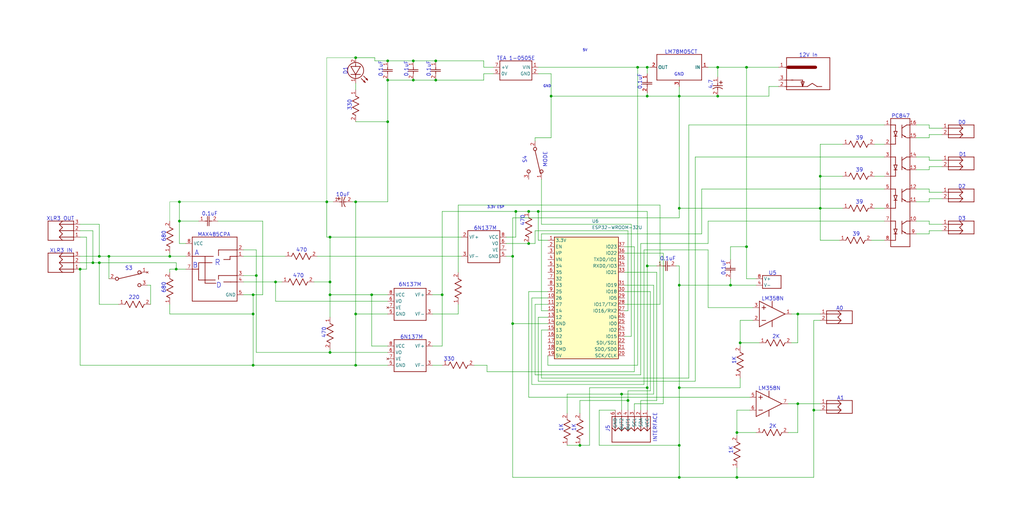
<source format=kicad_sch>
(kicad_sch (version 20231120) (generator "eeschema") (generator_version "8.0")
  (paper "User" 405.892 210.007)
  (lib_symbols
    (symbol "6N137M_10_1"
      (symbol "6N137M_10_1_1_0"
        (pin passive line (at -8.89 -3.81 0) (length 2.54) (name "VF+") (number "2"))
        (pin passive line (at -8.89 3.81 0) (length 2.54) (name "VF-") (number "3"))
        (pin power_in line (at 8.89 3.81 180) (length 2.54) (name "GND") (number "5"))
        (pin output line (at 8.89 -1.27 180) (length 2.54) (name "VO") (number "6"))
        (pin no_connect line (at 8.89 1.27 180) (length 2.54) (name "VE") (number "7"))
        (pin power_in line (at 8.89 -3.81 180) (length 2.54) (name "VCC") (number "8"))
      )
    )
    (symbol "DMXtoMotionPCB-v2-eagle-import:4840-2201"
      (symbol "4840-2201_1_0"
        (pin power_out line (at -11.43 2.54 0) (length 2.54) (name "1") (number "1"))
        (pin power_out line (at -11.43 -5.08 0) (length 2.54) (name "2") (number "2"))
        (pin power_in line (at -11.43 -2.54 0) (length 2.54) (name "3") (number "3"))
      )
    )
    (symbol "DMXtoMotionPCB-v2-eagle-import:6N137M"
      (symbol "6N137M_1_0"
        (pin passive line (at -8.89 3.81 0) (length 2.54) (name "VF+") (number "2"))
        (pin passive line (at -8.89 -3.81 0) (length 2.54) (name "VF-") (number "3"))
        (pin power_in line (at 8.89 -3.81 180) (length 2.54) (name "GND") (number "5"))
        (pin output line (at 8.89 1.27 180) (length 2.54) (name "VO") (number "6"))
        (pin input line (at 8.89 -1.27 180) (length 2.54) (name "VE") (number "7"))
        (pin power_in line (at 8.89 3.81 180) (length 2.54) (name "VCC") (number "8"))
      )
    )
    (symbol "DMXtoMotionPCB-v2-eagle-import:6N137M_10"
      (symbol "6N137M_10_1_0"
        (pin passive line (at -8.89 -3.81 0) (length 2.54) (name "VF+") (number "2"))
        (pin passive line (at -8.89 3.81 0) (length 2.54) (name "VF-") (number "3"))
        (pin power_in line (at 8.89 3.81 180) (length 2.54) (name "GND") (number "5"))
        (pin output line (at 8.89 -1.27 180) (length 2.54) (name "VO") (number "6"))
        (pin no_connect line (at 8.89 1.27 180) (length 2.54) (name "VE") (number "7"))
        (pin power_in line (at 8.89 -3.81 180) (length 2.54) (name "VCC") (number "8"))
      )
    )
    (symbol "DMXtoMotionPCB-v2-eagle-import:AM1D-0505SH60"
      (symbol "AM1D-0505SH60_1_0"
        (pin power_in line (at 8.89 1.27 180) (length 2.54) (name "VIN") (number "1"))
        (pin power_in line (at 8.89 -1.27 180) (length 2.54) (name "GND") (number "2"))
        (pin output line (at -8.89 -1.27 0) (length 2.54) (name "0V") (number "5"))
        (pin output line (at -8.89 1.27 0) (length 2.54) (name "+V") (number "7"))
      )
    )
    (symbol "DMXtoMotionPCB-v2-eagle-import:CAP100RP"
      (symbol "CAP100RP_1_0"
        (pin passive line (at -3.327 0 0) (length 2.54) (name "PLUS") (number "1"))
        (pin passive line (at 4.293 0 180) (length 2.54) (name "MINUS") (number "2"))
      )
    )
    (symbol "DMXtoMotionPCB-v2-eagle-import:CAP_NONPOLARIZED"
      (symbol "CAP_NONPOLARIZED_1_0"
        (pin passive line (at -3.81 0 0) (length 2.54) (name "1") (number "1"))
        (pin passive line (at 3.81 0 180) (length 2.54) (name "2") (number "2"))
      )
    )
    (symbol "DMXtoMotionPCB-v2-eagle-import:L78S05CV"
      (symbol "L78S05CV_1_0"
        (pin power_in line (at 11.43 0 180) (length 2.54) (name "IN") (number "1"))
        (pin power_out line (at -11.43 0 0) (length 2.54) (name "OUT") (number "2"))
        (pin power_in line (at 0 -7.62 90) (length 2.54) (name "GND") (number "3"))
      )
    )
    (symbol "DMXtoMotionPCB-v2-eagle-import:LED"
      (symbol "LED_1_0"
        (pin passive line (at 4.293 -0.787 180) (length 2.54) (name "K") (number "1"))
        (pin passive line (at -5.867 -0.787 0) (length 2.54) (name "A") (number "2"))
      )
    )
    (symbol "DMXtoMotionPCB-v2-eagle-import:LM358N"
      (symbol "LM358N_1_0"
        (pin output line (at 7.62 0 180) (length 2.54) (name "OUT") (number "1"))
        (pin input line (at -7.62 -2.54 0) (length 2.54) (name "IN-") (number "2"))
        (pin input line (at -7.62 2.54 0) (length 2.54) (name "IN+") (number "3"))
      )
      (symbol "LM358N_2_0"
        (pin input line (at -7.62 2.54 0) (length 2.54) (name "IN+") (number "5"))
        (pin input line (at -7.62 -2.54 0) (length 2.54) (name "IN-") (number "6"))
        (pin output line (at 7.62 0 180) (length 2.54) (name "OUT") (number "7"))
      )
      (symbol "LM358N_3_0"
        (pin power_in line (at -6.207 -1.27 0) (length 2.54) (name "V-") (number "4"))
        (pin power_in line (at -6.207 1.27 0) (length 2.54) (name "V+") (number "8"))
      )
    )
    (symbol "DMXtoMotionPCB-v2-eagle-import:MAX485CPA"
      (symbol "MAX485CPA_1_0"
        (pin output line (at -11.43 -5.08 0) (length 2.54) (name "RO") (number "1"))
        (pin input line (at -11.43 -7.62 0) (length 2.54) (name "~{RE}") (number "2"))
        (pin input line (at -11.43 2.54 0) (length 2.54) (name "DE") (number "3"))
        (pin input line (at -11.43 5.08 0) (length 2.54) (name "DI") (number "4"))
        (pin power_in line (at -11.43 10.16 0) (length 2.54) (name "GND") (number "5"))
        (pin bidirectional line (at 11.43 -5.08 180) (length 2.54) (name "A") (number "6"))
        (pin bidirectional line (at 11.43 0 180) (length 2.54) (name "B") (number "7"))
        (pin power_in line (at 11.43 -10.16 180) (length 2.54) (name "VCC") (number "8"))
      )
    )
    (symbol "DMXtoMotionPCB-v2-eagle-import:MOLEX-1X6"
      (symbol "MOLEX-1X6_1_0"
        (pin passive line (at 7.62 -6.35 180) (length 2.54) (name "VCC") (number "1"))
        (pin passive line (at 7.62 -3.81 180) (length 2.54) (name "SDA") (number "2"))
        (pin passive line (at 7.62 -1.27 180) (length 2.54) (name "SCL") (number "3"))
        (pin passive line (at 7.62 1.27 180) (length 2.54) (name "BUT1") (number "4"))
        (pin passive line (at 7.62 3.81 180) (length 2.54) (name "BUT2") (number "5"))
        (pin passive line (at 7.62 6.35 180) (length 2.54) (name "GND") (number "6"))
      )
    )
    (symbol "DMXtoMotionPCB-v2-eagle-import:MOLEX_1X2"
      (symbol "MOLEX_1X2_1_0"
        (pin passive line (at 7.62 -1.27 180) (length 2.54) (name "P1") (number "1"))
        (pin passive line (at 7.62 1.27 180) (length 2.54) (name "P2") (number "2"))
      )
    )
    (symbol "DMXtoMotionPCB-v2-eagle-import:MOLEX_1X3"
      (symbol "MOLEX_1X3_1_0"
        (pin passive line (at 7.62 -2.54 180) (length 2.54) (name "P1") (number "1"))
        (pin passive line (at 7.62 0 180) (length 2.54) (name "P2") (number "2"))
        (pin passive line (at 7.62 2.54 180) (length 2.54) (name "P3") (number "3"))
      )
    )
    (symbol "DMXtoMotionPCB-v2-eagle-import:PC847"
      (symbol "PC847_1_0"
        (pin passive line (at -6.35 22.86 0) (length 2.54) (name "Anode@1") (number "1"))
        (pin passive line (at 6.35 -15.24 180) (length 2.54) (name "Collector@4") (number "10"))
        (pin passive line (at 6.35 -7.62 180) (length 2.54) (name "Emitter@3") (number "11"))
        (pin passive line (at 6.35 -2.54 180) (length 2.54) (name "Collector@3") (number "12"))
        (pin passive line (at 6.35 5.08 180) (length 2.54) (name "Emitter@2") (number "13"))
        (pin passive line (at 6.35 10.16 180) (length 2.54) (name "Collector@2") (number "14"))
        (pin passive line (at 6.35 17.78 180) (length 2.54) (name "Emitter@1") (number "15"))
        (pin passive line (at 6.35 22.86 180) (length 2.54) (name "Collector@1") (number "16"))
        (pin passive line (at -6.35 15.24 0) (length 2.54) (name "Cathode@1") (number "2"))
        (pin passive line (at -6.35 10.16 0) (length 2.54) (name "Anode@2") (number "3"))
        (pin passive line (at -6.35 2.54 0) (length 2.54) (name "Cathode@2") (number "4"))
        (pin passive line (at -6.35 -2.54 0) (length 2.54) (name "Anode@3") (number "5"))
        (pin passive line (at -6.35 -10.16 0) (length 2.54) (name "Cathode@3") (number "6"))
        (pin passive line (at -6.35 -15.24 0) (length 2.54) (name "Anode@4") (number "7"))
        (pin passive line (at -6.35 -22.86 0) (length 2.54) (name "Cathode@4") (number "8"))
        (pin passive line (at 6.35 -20.32 180) (length 2.54) (name "Emitter@4") (number "9"))
      )
    )
    (symbol "DMXtoMotionPCB-v2-eagle-import:RES500"
      (symbol "RES500_1_0"
        (pin passive line (at -6.35 0 0) (length 2.54) (name "A") (number "1"))
        (pin passive line (at 6.35 0 180) (length 2.54) (name "B") (number "2"))
      )
    )
    (symbol "DMXtoMotionPCB-v2-eagle-import:SWITCH_SPDT"
      (symbol "SWITCH_SPDT_1_0"
        (pin passive line (at 7.607 2.54 180) (length 2.54) (name "C2") (number "1"))
        (pin passive line (at -7.633 0 0) (length 2.54) (name "C1") (number "2"))
        (pin passive line (at 7.607 -2.54 180) (length 2.54) (name "C3") (number "3"))
      )
    )
    (symbol "RF_Module:ESP32-WROOM-32U"
      (property "Reference" "U6" (at 2.1941 38.1 0))
      (property "Value" "ESP32-WROOM-32U" (at 2.1941 35.56 0))
      (symbol "ESP32-WROOM-32U_1_1"
        (pin power_out line (at -15.24 30.48 0) (length 2.54) (name "3.3V") (number "1"))
        (pin bidirectional line (at -15.24 7.62 0) (length 2.54) (name "26") (number "10"))
        (pin bidirectional line (at -15.24 5.08 0) (length 2.54) (name "27") (number "11"))
        (pin bidirectional line (at -15.24 2.54 0) (length 2.54) (name "14") (number "12"))
        (pin bidirectional line (at -15.24 0 0) (length 2.54) (name "12") (number "13"))
        (pin passive line (at -15.24 -2.54 0) (length 2.54) (name "GND") (number "14"))
        (pin bidirectional line (at -15.24 -5.08 0) (length 2.54) (name "13") (number "15"))
        (pin bidirectional line (at -15.24 -7.62 0) (length 2.54) (name "D2") (number "16"))
        (pin bidirectional line (at -15.24 -10.16 0) (length 2.54) (name "D3") (number "17"))
        (pin bidirectional line (at -15.24 -12.7 0) (length 2.54) (name "CMD") (number "18"))
        (pin power_in line (at -15.24 -15.24 0) (length 2.54) (name "5V") (number "19"))
        (pin power_in line (at -15.24 27.94 0) (length 2.54) (name "EN") (number "2"))
        (pin bidirectional line (at 15.24 -15.24 180) (length 2.54) (name "SCK/CLK") (number "20"))
        (pin bidirectional line (at 15.24 -12.7 180) (length 2.54) (name "SDO/SD0") (number "21"))
        (pin bidirectional line (at 15.24 -10.16 180) (length 2.54) (name "SDI/SD1") (number "22"))
        (pin bidirectional line (at 15.24 -7.62 180) (length 2.54) (name "IO15") (number "23"))
        (pin bidirectional line (at 15.24 -5.08 180) (length 2.54) (name "IO2") (number "24"))
        (pin bidirectional line (at 15.24 -2.54 180) (length 2.54) (name "IO0") (number "25"))
        (pin bidirectional line (at 15.24 0 180) (length 2.54) (name "IO4") (number "26"))
        (pin bidirectional line (at 15.24 2.54 180) (length 2.54) (name "IO16/RX2") (number "27"))
        (pin bidirectional line (at 15.24 5.08 180) (length 2.54) (name "IO17/TX2") (number "28"))
        (pin bidirectional line (at 15.24 7.62 180) (length 2.54) (name "IO5") (number "29"))
        (pin input line (at -15.24 25.4 0) (length 2.54) (name "VP") (number "3"))
        (pin bidirectional line (at 15.24 10.16 180) (length 2.54) (name "IO18") (number "30"))
        (pin bidirectional line (at 15.24 12.7 180) (length 2.54) (name "IO19") (number "31"))
        (pin passive line (at -15.24 -2.54 0) (length 2.54) hide (name "GND") (number "32"))
        (pin bidirectional line (at 15.24 17.78 180) (length 2.54) (name "IO21") (number "33"))
        (pin bidirectional line (at 15.24 20.32 180) (length 2.54) (name "RXD0/IO3") (number "34"))
        (pin bidirectional line (at 15.24 22.86 180) (length 2.54) (name "TXD0/IO1") (number "35"))
        (pin bidirectional line (at 15.24 25.4 180) (length 2.54) (name "IO22") (number "36"))
        (pin bidirectional line (at 15.24 27.94 180) (length 2.54) (name "IO23") (number "37"))
        (pin passive line (at -15.24 -2.54 0) (length 2.54) hide (name "GND") (number "38"))
        (pin input line (at -15.24 22.86 0) (length 2.54) (name "VN") (number "4"))
        (pin input line (at -15.24 20.32 0) (length 2.54) (name "34") (number "5"))
        (pin input line (at -15.24 17.78 0) (length 2.54) (name "35") (number "6"))
        (pin bidirectional line (at -15.24 15.24 0) (length 2.54) (name "32") (number "7"))
        (pin bidirectional line (at -15.24 12.7 0) (length 2.54) (name "33") (number "8"))
        (pin bidirectional line (at -15.24 10.16 0) (length 2.54) (name "25") (number "9"))
      )
    )
    (symbol "SWITCH_SPDT_1"
      (symbol "SWITCH_SPDT_1_1_0"
        (pin no_connect line (at 7.607 2.54 180) (length 2.54) (name "C2") (number "1"))
        (pin passive line (at -7.633 0 0) (length 2.54) (name "C1") (number "2"))
        (pin output line (at 7.607 -2.54 180) (length 2.54) (name "C3") (number "3"))
      )
    )
  )
  (junction (at 295.91 97.79))
  (junction (at 284.48 38.1))
  (junction (at 69.85 106.68))
  (junction (at 252.73 26.67))
  (junction (at 140.97 80.01))
  (junction (at 140.97 144.78))
  (junction (at 71.12 80.01))
  (junction (at 130.81 116.84))
  (junction (at 130.81 139.7))
  (junction (at 229.87 176.53))
  (junction (at 209.55 96.52))
  (junction (at 269.24 153.67))
  (junction (at 256.54 153.67))
  (junction (at 316.23 160.02))
  (junction (at 109.22 111.76))
  (junction (at 100.33 116.84))
  (junction (at 100.33 144.78))
  (junction (at 269.24 176.53))
  (junction (at 153.67 31.75))
  (junction (at 39.37 104.14))
  (junction (at 71.12 87.63))
  (junction (at 147.32 116.84))
  (junction (at 39.37 101.6))
  (junction (at 203.2 101.6))
  (junction (at 269.24 189.23))
  (junction (at 31.75 106.68))
  (junction (at 67.31 101.6))
  (junction (at 292.1 189.23))
  (junction (at 269.24 82.55))
  (junction (at 322.58 162.56))
  (junction (at 209.55 83.82))
  (junction (at 295.91 26.67))
  (junction (at 130.81 93.98))
  (junction (at 140.97 22.86))
  (junction (at 256.54 105.41))
  (junction (at 153.67 24.13))
  (junction (at 213.36 83.82))
  (junction (at 246.38 156.21))
  (junction (at 101.6 109.22))
  (junction (at 293.37 135.89))
  (junction (at 248.92 158.75))
  (junction (at 316.23 124.46))
  (junction (at 256.54 38.1))
  (junction (at 175.26 116.84))
  (junction (at 130.81 111.76))
  (junction (at 43.18 101.6))
  (junction (at 269.24 113.03))
  (junction (at 289.56 113.03))
  (junction (at 204.47 83.82))
  (junction (at 36.83 104.14))
  (junction (at 269.24 38.1))
  (junction (at 129.54 80.01))
  (junction (at 292.1 171.45))
  (junction (at 218.44 38.1))
  (junction (at 284.48 26.67))
  (junction (at 163.83 31.75))
  (junction (at 325.12 82.55))
  (junction (at 203.2 128.27))
  (junction (at 153.67 48.26))
  (junction (at 172.72 31.75))
  (junction (at 163.83 24.13))
  (junction (at 172.72 24.13))
  (junction (at 100.33 124.46))
  (junction (at 256.54 26.67))
  (junction (at 140.97 124.46))
  (junction (at 325.12 69.85))
  (wire (pts (xy 31.75 88.9) (xy 39.37 88.9)))
  (wire (pts (xy 363.22 54.61) (xy 368.3 54.61)))
  (wire (pts (xy 289.56 113.03) (xy 269.24 113.03)))
  (wire (pts (xy 345.44 95.25) (xy 350.52 95.25)))
  (wire (pts (xy 295.91 97.79) (xy 295.91 110.49)))
  (wire (pts (xy 175.26 116.84) (xy 171.45 116.84)))
  (wire (pts (xy 322.58 127) (xy 325.12 127)))
  (wire (pts (xy 67.31 101.6) (xy 73.66 101.6)))
  (wire (pts (xy 148.59 24.13) (xy 153.67 24.13)))
  (wire (pts (xy 130.81 93.98) (xy 129.54 93.98)))
  (wire (pts (xy 129.54 80.01) (xy 132.08 80.01)) (stroke (width 0.1)))
  (wire (pts (xy 214.63 130.81) (xy 217.17 130.81)))
  (wire (pts (xy 316.23 160.02) (xy 325.12 160.02)))
  (wire (pts (xy 67.31 100.33) (xy 67.31 101.6)))
  (wire (pts (xy 31.75 91.44) (xy 36.83 91.44)))
  (wire (pts (xy 153.67 137.16) (xy 147.32 137.16)))
  (wire (pts (xy 203.2 86.36) (xy 269.24 86.36)))
  (wire (pts (xy 312.42 171.45) (xy 316.23 171.45)))
  (wire (pts (xy 325.12 57.15) (xy 325.12 69.85)))
  (wire (pts (xy 153.67 31.75) (xy 153.67 48.26)))
  (wire (pts (xy 269.24 34.29) (xy 269.24 38.1)))
  (wire (pts (xy 280.67 96.52) (xy 254 96.52)))
  (wire (pts (xy 368.3 92.71) (xy 368.3 91.44)))
  (wire (pts (xy 140.97 144.78) (xy 153.67 144.78)))
  (wire (pts (xy 191.77 24.13) (xy 191.77 26.67)))
  (wire (pts (xy 175.26 83.82) (xy 175.26 116.84)))
  (wire (pts (xy 278.13 74.93) (xy 278.13 92.71)))
  (wire (pts (xy 67.31 80.01) (xy 67.31 87.63)) (stroke (width 0.1)))
  (wire (pts (xy 304.8 34.29) (xy 304.8 38.1)))
  (wire (pts (xy 233.68 153.67) (xy 256.54 153.67)))
  (wire (pts (xy 218.44 29.21) (xy 218.44 38.1)))
  (wire (pts (xy 67.31 107.95) (xy 67.31 106.68)))
  (wire (pts (xy 295.91 110.49) (xy 299.72 110.49)))
  (wire (pts (xy 250.19 133.35) (xy 247.65 133.35)))
  (wire (pts (xy 203.2 189.23) (xy 269.24 189.23)))
  (wire (pts (xy 34.29 93.98) (xy 34.29 106.68)))
  (wire (pts (xy 130.81 138.43) (xy 130.81 139.7)))
  (wire (pts (xy 36.83 91.44) (xy 36.83 104.14)))
  (wire (pts (xy 217.17 144.78) (xy 252.73 144.78)))
  (wire (pts (xy 322.58 162.56) (xy 322.58 127)))
  (wire (pts (xy 203.2 128.27) (xy 203.2 189.23)))
  (wire (pts (xy 284.48 38.1) (xy 269.24 38.1)))
  (wire (pts (xy 259.08 156.21) (xy 246.38 156.21)))
  (wire (pts (xy 280.67 99.06) (xy 255.27 99.06)))
  (wire (pts (xy 59.69 120.65) (xy 59.69 113.03)))
  (wire (pts (xy 248.92 154.94) (xy 248.92 158.75)))
  (wire (pts (xy 209.55 96.52) (xy 212.09 96.52)))
  (wire (pts (xy 171.45 124.46) (xy 181.61 124.46)))
  (wire (pts (xy 147.32 137.16) (xy 147.32 116.84)))
  (wire (pts (xy 203.2 101.6) (xy 203.2 128.27)))
  (wire (pts (xy 191.77 29.21) (xy 191.77 31.75)))
  (wire (pts (xy 78.74 87.63) (xy 71.12 87.63)))
  (wire (pts (xy 86.36 87.63) (xy 104.14 87.63)))
  (wire (pts (xy 368.3 76.2) (xy 373.38 76.2)))
  (wire (pts (xy 280.67 121.92) (xy 280.67 99.06)))
  (wire (pts (xy 203.2 101.6) (xy 200.66 101.6)))
  (wire (pts (xy 368.3 88.9) (xy 373.38 88.9)))
  (wire (pts (xy 325.12 69.85) (xy 325.12 82.55)))
  (wire (pts (xy 100.33 124.46) (xy 100.33 116.84)))
  (wire (pts (xy 295.91 26.67) (xy 295.91 97.79)))
  (wire (pts (xy 125.73 101.6) (xy 182.88 101.6)))
  (wire (pts (xy 31.75 93.98) (xy 34.29 93.98)))
  (wire (pts (xy 129.54 93.98) (xy 129.54 80.01)))
  (wire (pts (xy 101.6 139.7) (xy 101.6 109.22)))
  (wire (pts (xy 71.12 80.01) (xy 129.54 80.01)) (stroke (width 0.1)))
  (wire (pts (xy 195.58 29.21) (xy 191.77 29.21)))
  (wire (pts (xy 175.26 116.84) (xy 175.26 137.16)))
  (wire (pts (xy 209.55 157.48) (xy 209.55 115.57)))
  (wire (pts (xy 292.1 162.56) (xy 292.1 171.45)))
  (wire (pts (xy 140.97 33.02) (xy 140.97 35.56)))
  (wire (pts (xy 262.89 160.02) (xy 251.46 160.02)))
  (wire (pts (xy 153.67 124.46) (xy 140.97 124.46)))
  (wire (pts (xy 368.3 74.93) (xy 368.3 76.2)))
  (wire (pts (xy 224.79 163.83) (xy 224.79 156.21)))
  (wire (pts (xy 269.24 153.67) (xy 269.24 176.53)))
  (wire (pts (xy 350.52 87.63) (xy 280.67 87.63)))
  (wire (pts (xy 368.3 66.04) (xy 373.38 66.04)))
  (wire (pts (xy 147.32 116.84) (xy 130.81 116.84)))
  (wire (pts (xy 256.54 38.1) (xy 256.54 36.83)))
  (wire (pts (xy 217.17 140.97) (xy 217.17 144.78)))
  (wire (pts (xy 100.33 124.46) (xy 100.33 144.78)))
  (wire (pts (xy 209.55 83.82) (xy 213.36 83.82)))
  (wire (pts (xy 46.99 120.65) (xy 39.37 120.65)))
  (wire (pts (xy 218.44 38.1) (xy 256.54 38.1)))
  (wire (pts (xy 255.27 99.06) (xy 255.27 152.4)))
  (wire (pts (xy 109.22 119.38) (xy 109.22 111.76)))
  (wire (pts (xy 59.69 113.03) (xy 58.42 113.03)))
  (wire (pts (xy 273.05 49.53) (xy 273.05 149.86)))
  (wire (pts (xy 71.12 87.63) (xy 71.12 96.52)))
  (wire (pts (xy 248.92 158.75) (xy 248.92 162.56)))
  (wire (pts (xy 325.12 69.85) (xy 334.01 69.85)))
  (wire (pts (xy 153.67 48.26) (xy 140.97 48.26)))
  (wire (pts (xy 31.75 144.78) (xy 100.33 144.78)))
  (wire (pts (xy 252.73 26.67) (xy 256.54 26.67)))
  (wire (pts (xy 96.52 111.76) (xy 109.22 111.76)))
  (wire (pts (xy 273.05 149.86) (xy 214.63 149.86)))
  (wire (pts (xy 129.54 80.01) (xy 129.54 22.86)) (stroke (width 0.1)))
  (wire (pts (xy 313.69 135.89) (xy 316.23 135.89)))
  (wire (pts (xy 368.3 78.74) (xy 373.38 78.74)))
  (wire (pts (xy 224.79 176.53) (xy 229.87 176.53)))
  (wire (pts (xy 153.67 24.13) (xy 163.83 24.13)))
  (wire (pts (xy 104.14 116.84) (xy 100.33 116.84)))
  (wire (pts (xy 368.3 50.8) (xy 373.38 50.8)))
  (wire (pts (xy 71.12 80.01) (xy 71.12 87.63)))
  (wire (pts (xy 368.3 54.61) (xy 368.3 53.34)))
  (wire (pts (xy 163.83 24.13) (xy 172.72 24.13)))
  (wire (pts (xy 153.67 80.01) (xy 153.67 48.26)))
  (wire (pts (xy 214.63 149.86) (xy 214.63 130.81)))
  (wire (pts (xy 214.63 71.12) (xy 214.63 88.9)))
  (wire (pts (xy 292.1 189.23) (xy 322.58 189.23)))
  (wire (pts (xy 43.18 101.6) (xy 67.31 101.6)))
  (wire (pts (xy 203.2 86.36) (xy 203.2 101.6)))
  (wire (pts (xy 363.22 74.93) (xy 368.3 74.93)))
  (wire (pts (xy 224.79 156.21) (xy 246.38 156.21)))
  (wire (pts (xy 260.35 107.95) (xy 260.35 158.75)))
  (wire (pts (xy 69.85 104.14) (xy 69.85 106.68)))
  (wire (pts (xy 256.54 105.41) (xy 260.35 105.41)))
  (wire (pts (xy 368.3 91.44) (xy 373.38 91.44)))
  (wire (pts (xy 368.3 53.34) (xy 373.38 53.34)))
  (wire (pts (xy 334.01 57.15) (xy 325.12 57.15)))
  (wire (pts (xy 191.77 26.67) (xy 195.58 26.67)))
  (wire (pts (xy 212.09 148.59) (xy 212.09 120.65)))
  (wire (pts (xy 181.61 81.28) (xy 261.62 81.28)))
  (wire (pts (xy 247.65 107.95) (xy 260.35 107.95)))
  (wire (pts (xy 130.81 111.76) (xy 130.81 116.84)))
  (wire (pts (xy 292.1 171.45) (xy 292.1 172.72)))
  (wire (pts (xy 350.52 49.53) (xy 273.05 49.53)))
  (wire (pts (xy 284.48 26.67) (xy 284.48 30.48)))
  (wire (pts (xy 130.81 139.7) (xy 101.6 139.7)))
  (wire (pts (xy 212.09 96.52) (xy 212.09 91.44)))
  (wire (pts (xy 175.26 137.16) (xy 171.45 137.16)))
  (wire (pts (xy 248.92 123.19) (xy 248.92 91.44)))
  (wire (pts (xy 171.45 144.78) (xy 175.26 144.78)))
  (wire (pts (xy 260.35 158.75) (xy 254 158.75)))
  (wire (pts (xy 209.55 115.57) (xy 217.17 115.57)))
  (wire (pts (xy 259.08 113.03) (xy 259.08 156.21)))
  (wire (pts (xy 129.54 22.86) (xy 140.97 22.86)) (stroke (width 0.1)))
  (wire (pts (xy 363.22 62.23) (xy 368.3 62.23)))
  (wire (pts (xy 292.1 185.42) (xy 292.1 189.23)))
  (wire (pts (xy 213.36 26.67) (xy 252.73 26.67)))
  (wire (pts (xy 261.62 120.65) (xy 261.62 81.28)))
  (wire (pts (xy 275.59 151.13) (xy 213.36 151.13)))
  (wire (pts (xy 210.82 118.11) (xy 217.17 118.11)))
  (wire (pts (xy 299.72 113.03) (xy 289.56 113.03)))
  (wire (pts (xy 36.83 104.14) (xy 39.37 104.14)))
  (wire (pts (xy 363.22 49.53) (xy 368.3 49.53)))
  (wire (pts (xy 255.27 152.4) (xy 210.82 152.4)))
  (wire (pts (xy 187.96 144.78) (xy 193.04 144.78)))
  (wire (pts (xy 313.69 124.46) (xy 316.23 124.46)))
  (wire (pts (xy 109.22 111.76) (xy 111.76 111.76)))
  (wire (pts (xy 256.54 153.67) (xy 256.54 162.56)))
  (wire (pts (xy 350.52 74.93) (xy 278.13 74.93)))
  (wire (pts (xy 251.46 147.32) (xy 193.04 147.32)))
  (wire (pts (xy 140.97 80.01) (xy 140.97 124.46)))
  (wire (pts (xy 214.63 88.9) (xy 250.19 88.9)))
  (wire (pts (xy 71.12 96.52) (xy 73.66 96.52)))
  (wire (pts (xy 34.29 106.68) (xy 31.75 106.68)))
  (wire (pts (xy 96.52 99.06) (xy 101.6 99.06)))
  (wire (pts (xy 251.46 97.79) (xy 251.46 147.32)))
  (wire (pts (xy 312.42 160.02) (xy 316.23 160.02)))
  (wire (pts (xy 212.09 91.44) (xy 248.92 91.44)))
  (wire (pts (xy 346.71 82.55) (xy 350.52 82.55)))
  (wire (pts (xy 100.33 116.84) (xy 96.52 116.84)))
  (wire (pts (xy 247.65 113.03) (xy 259.08 113.03)))
  (wire (pts (xy 172.72 31.75) (xy 163.83 31.75)))
  (wire (pts (xy 256.54 83.82) (xy 256.54 105.41)))
  (wire (pts (xy 214.63 123.19) (xy 217.17 123.19)))
  (wire (pts (xy 39.37 101.6) (xy 43.18 101.6)))
  (wire (pts (xy 229.87 163.83) (xy 229.87 158.75)))
  (wire (pts (xy 140.97 124.46) (xy 140.97 144.78)))
  (wire (pts (xy 247.65 120.65) (xy 261.62 120.65)))
  (wire (pts (xy 289.56 102.87) (xy 289.56 97.79)))
  (wire (pts (xy 269.24 105.41) (xy 269.24 113.03)))
  (wire (pts (xy 325.12 95.25) (xy 332.74 95.25)))
  (wire (pts (xy 246.38 156.21) (xy 246.38 162.56)))
  (wire (pts (xy 269.24 82.55) (xy 325.12 82.55)))
  (wire (pts (xy 363.22 92.71) (xy 368.3 92.71)))
  (wire (pts (xy 295.91 26.67) (xy 308.61 26.67)))
  (wire (pts (xy 363.22 87.63) (xy 368.3 87.63)))
  (wire (pts (xy 325.12 82.55) (xy 325.12 95.25)))
  (wire (pts (xy 316.23 171.45) (xy 316.23 160.02)))
  (wire (pts (xy 316.23 135.89) (xy 316.23 124.46)))
  (wire (pts (xy 204.47 83.82) (xy 209.55 83.82)))
  (wire (pts (xy 252.73 144.78) (xy 252.73 26.67)))
  (wire (pts (xy 280.67 26.67) (xy 284.48 26.67)))
  (wire (pts (xy 322.58 189.23) (xy 322.58 162.56)))
  (wire (pts (xy 140.97 22.86) (xy 148.59 22.86)))
  (wire (pts (xy 39.37 104.14) (xy 39.37 120.65)))
  (wire (pts (xy 368.3 49.53) (xy 368.3 50.8)))
  (wire (pts (xy 269.24 189.23) (xy 292.1 189.23)))
  (wire (pts (xy 67.31 120.65) (xy 67.31 124.46)))
  (wire (pts (xy 31.75 101.6) (xy 39.37 101.6)))
  (wire (pts (xy 213.36 125.73) (xy 217.17 125.73)))
  (wire (pts (xy 254 158.75) (xy 254 162.56)))
  (wire (pts (xy 153.67 116.84) (xy 147.32 116.84)))
  (wire (pts (xy 181.61 124.46) (xy 181.61 120.65)))
  (wire (pts (xy 278.13 92.71) (xy 214.63 92.71)))
  (wire (pts (xy 368.3 63.5) (xy 373.38 63.5)))
  (wire (pts (xy 233.68 153.67) (xy 233.68 176.53)))
  (wire (pts (xy 293.37 127) (xy 293.37 135.89)))
  (wire (pts (xy 247.65 115.57) (xy 257.81 115.57)))
  (wire (pts (xy 293.37 153.67) (xy 293.37 149.86)))
  (wire (pts (xy 200.66 96.52) (xy 209.55 96.52)))
  (wire (pts (xy 269.24 153.67) (xy 293.37 153.67)))
  (wire (pts (xy 257.81 154.94) (xy 248.92 154.94)))
  (wire (pts (xy 104.14 87.63) (xy 104.14 116.84)))
  (wire (pts (xy 368.3 62.23) (xy 368.3 63.5)))
  (wire (pts (xy 237.49 176.53) (xy 269.24 176.53)))
  (wire (pts (xy 254 148.59) (xy 212.09 148.59)))
  (wire (pts (xy 269.24 176.53) (xy 269.24 189.23)))
  (wire (pts (xy 181.61 81.28) (xy 181.61 107.95)))
  (wire (pts (xy 101.6 109.22) (xy 96.52 109.22)))
  (wire (pts (xy 262.89 100.33) (xy 262.89 160.02)))
  (wire (pts (xy 298.45 121.92) (xy 280.67 121.92)))
  (wire (pts (xy 210.82 152.4) (xy 210.82 118.11)))
  (wire (pts (xy 298.45 127) (xy 293.37 127)))
  (wire (pts (xy 69.85 106.68) (xy 73.66 106.68)))
  (wire (pts (xy 101.6 99.06) (xy 101.6 109.22)))
  (wire (pts (xy 368.3 67.31) (xy 368.3 66.04)))
  (wire (pts (xy 172.72 24.13) (xy 191.77 24.13)))
  (wire (pts (xy 269.24 82.55) (xy 269.24 38.1)))
  (wire (pts (xy 368.3 80.01) (xy 368.3 78.74)))
  (wire (pts (xy 130.81 139.7) (xy 153.67 139.7)))
  (wire (pts (xy 213.36 83.82) (xy 256.54 83.82)))
  (wire (pts (xy 124.46 111.76) (xy 130.81 111.76)))
  (wire (pts (xy 139.7 80.01) (xy 140.97 80.01)))
  (wire (pts (xy 209.55 157.48) (xy 297.18 157.48)))
  (wire (pts (xy 204.47 83.82) (xy 175.26 83.82)))
  (wire (pts (xy 217.17 95.25) (xy 213.36 95.25)))
  (wire (pts (xy 289.56 113.03) (xy 289.56 110.49)))
  (wire (pts (xy 256.54 26.67) (xy 256.54 29.21)))
  (wire (pts (xy 363.22 80.01) (xy 368.3 80.01)))
  (wire (pts (xy 251.46 160.02) (xy 251.46 162.56)))
  (wire (pts (xy 204.47 93.98) (xy 204.47 83.82)))
  (wire (pts (xy 31.75 106.68) (xy 31.75 144.78)))
  (wire (pts (xy 193.04 144.78) (xy 193.04 147.32)))
  (wire (pts (xy 293.37 135.89) (xy 293.37 137.16)))
  (wire (pts (xy 297.18 162.56) (xy 292.1 162.56)))
  (wire (pts (xy 130.81 93.98) (xy 130.81 111.76)))
  (wire (pts (xy 67.31 80.01) (xy 71.12 80.01)) (stroke (width 0.1)))
  (wire (pts (xy 212.09 55.88) (xy 212.09 54.61)))
  (wire (pts (xy 247.65 123.19) (xy 248.92 123.19)))
  (wire (pts (xy 269.24 113.03) (xy 269.24 153.67)))
  (wire (pts (xy 280.67 87.63) (xy 280.67 96.52)))
  (wire (pts (xy 284.48 26.67) (xy 295.91 26.67)))
  (wire (pts (xy 363.22 67.31) (xy 368.3 67.31)))
  (wire (pts (xy 213.36 151.13) (xy 213.36 125.73)))
  (wire (pts (xy 182.88 93.98) (xy 130.81 93.98)))
  (wire (pts (xy 31.75 104.14) (xy 36.83 104.14)))
  (wire (pts (xy 130.81 116.84) (xy 130.81 125.73)))
  (wire (pts (xy 256.54 26.67) (xy 257.81 26.67)))
  (wire (pts (xy 213.36 29.21) (xy 218.44 29.21)))
  (wire (pts (xy 100.33 144.78) (xy 140.97 144.78)))
  (wire (pts (xy 292.1 171.45) (xy 299.72 171.45)))
  (wire (pts (xy 289.56 97.79) (xy 295.91 97.79)))
  (wire (pts (xy 322.58 162.56) (xy 325.12 162.56)))
  (wire (pts (xy 275.59 62.23) (xy 275.59 151.13)))
  (wire (pts (xy 229.87 158.75) (xy 248.92 158.75)))
  (wire (pts (xy 148.59 22.86) (xy 148.59 24.13)))
  (wire (pts (xy 153.67 119.38) (xy 109.22 119.38)))
  (wire (pts (xy 257.81 115.57) (xy 257.81 154.94)))
  (wire (pts (xy 43.18 101.6) (xy 43.18 110.49)))
  (wire (pts (xy 140.97 80.01) (xy 153.67 80.01)))
  (wire (pts (xy 247.65 100.33) (xy 262.89 100.33)))
  (wire (pts (xy 229.87 176.53) (xy 233.68 176.53)))
  (wire (pts (xy 39.37 104.14) (xy 69.85 104.14)))
  (wire (pts (xy 269.24 86.36) (xy 269.24 82.55)))
  (wire (pts (xy 247.65 97.79) (xy 251.46 97.79)))
  (wire (pts (xy 325.12 82.55) (xy 334.01 82.55)))
  (wire (pts (xy 254 96.52) (xy 254 148.59)))
  (wire (pts (xy 163.83 31.75) (xy 153.67 31.75)))
  (wire (pts (xy 218.44 54.61) (xy 218.44 38.1)))
  (wire (pts (xy 212.09 120.65) (xy 217.17 120.65)))
  (wire (pts (xy 293.37 135.89) (xy 300.99 135.89)))
  (wire (pts (xy 203.2 128.27) (xy 217.17 128.27)))
  (wire (pts (xy 250.19 88.9) (xy 250.19 133.35)))
  (wire (pts (xy 191.77 31.75) (xy 172.72 31.75)))
  (wire (pts (xy 212.09 54.61) (xy 218.44 54.61)))
  (wire (pts (xy 308.61 34.29) (xy 304.8 34.29)))
  (wire (pts (xy 67.31 106.68) (xy 69.85 106.68)))
  (wire (pts (xy 213.36 95.25) (xy 213.36 83.82)))
  (wire (pts (xy 243.84 162.56) (xy 237.49 162.56)))
  (wire (pts (xy 269.24 105.41) (xy 267.97 105.41)))
  (wire (pts (xy 67.31 124.46) (xy 100.33 124.46)))
  (wire (pts (xy 96.52 101.6) (xy 113.03 101.6)))
  (wire (pts (xy 350.52 62.23) (xy 275.59 62.23)))
  (wire (pts (xy 346.71 57.15) (xy 350.52 57.15)))
  (wire (pts (xy 346.71 69.85) (xy 350.52 69.85)))
  (wire (pts (xy 39.37 88.9) (xy 39.37 101.6)))
  (wire (pts (xy 368.3 87.63) (xy 368.3 88.9)))
  (wire (pts (xy 269.24 38.1) (xy 256.54 38.1)))
  (wire (pts (xy 200.66 93.98) (xy 204.47 93.98)))
  (wire (pts (xy 304.8 38.1) (xy 284.48 38.1)))
  (wire (pts (xy 237.49 162.56) (xy 237.49 176.53)))
  (wire (pts (xy 256.54 105.41) (xy 256.54 153.67)))
  (wire (pts (xy 214.63 92.71) (xy 214.63 123.19)))
  (wire (pts (xy 316.23 124.46) (xy 325.12 124.46)))
  (text "2K" (at 304.814 169.95 0) (effects (font (size 1.48 1.48)) (justify left bottom)))
  (text "PC847" (at 353.305 46.99 0) (effects (font (size 1.48 1.48)) (justify left bottom)))
  (text "330" (at 175.798 143.28 0) (effects (font (size 1.48 1.48)) (justify left bottom)))
  (text "6N137M" (at 157.988 113.792 0) (effects (font (size 1.48 1.48)) (justify left bottom)))
  (text "D3" (at 379.744 87.63 0) (effects (font (size 1.48 1.48)) (justify left bottom)))
  (text "GND" (at 267.205 28.843 0) (effects (font (size 1.233 1.233)) (justify left top)))
  (text "J5" (at 241.808 168.656 90) (effects (font (size 1.48 1.48)) (justify right bottom)))
  (text "D2" (at 379.744 74.93 0) (effects (font (size 1.48 1.48)) (justify left bottom)))
  (text "A0" (at 331.411 123.19 0) (effects (font (size 1.48 1.48)) (justify left bottom)))
  (text "2K" (at 306.084 134.39 0) (effects (font (size 1.48 1.48)) (justify left bottom)))
  (text "0.1uF" (at 170.815 30.523 90) (effects (font (size 1.48 1.48)) (justify left bottom)))
  (text "A" (at 78.958 101.496 0) (effects (font (size 1.974 1.974)) (justify right bottom)))
  (text "0.1uF" (at 287.655 109.263 90) (effects (font (size 1.48 1.48)) (justify left bottom)))
  (text "39" (at 339.14 55.65 0) (effects (font (size 1.48 1.48)) (justify left bottom)))
  (text "S3" (at 49.556 107.315 0) (effects (font (size 1.48 1.48)) (justify left bottom)))
  (text "10uF" (at 133.133 78.099 0) (effects (font (size 1.48 1.48)) (justify left bottom)))
  (text "1K" (at 228.37 171.109 90) (effects (font (size 1.48 1.48)) (justify left bottom)))
  (text "330" (at 139.47 43.912 90) (effects (font (size 1.48 1.48)) (justify left bottom)))
  (text "470" (at 129.31 134.118 90) (effects (font (size 1.48 1.48)) (justify left bottom)))
  (text "B" (at 78.495 106.431 0) (effects (font (size 1.974 1.974)) (justify right bottom)))
  (text "U5" (at 304.67 109.22 0) (effects (font (size 1.48 1.48)) (justify left bottom)))
  (text "1K" (at 291.87 144.439 90) (effects (font (size 1.48 1.48)) (justify left bottom)))
  (text "D1" (at 380.071 62.23 0) (effects (font (size 1.48 1.48)) (justify left bottom)))
  (text "XLR3 IN" (at 19.734 100.33 0) (effects (font (size 1.48 1.48)) (justify left bottom)))
  (text "6N137M" (at 187.823 91.44 0) (effects (font (size 1.48 1.48)) (justify left bottom)))
  (text "XLR3 OUT" (at 18.405 87.63 0) (effects (font (size 1.48 1.48)) (justify left bottom)))
  (text "39" (at 339.14 81.05 0) (effects (font (size 1.48 1.48)) (justify left bottom)))
  (text "LM358N" (at 300.563 154.94 0) (effects (font (size 1.48 1.48)) (justify left bottom)))
  (text "R" (at 87.44 105.506 0) (effects (font (size 2.22 2.22)) (justify right bottom)))
  (text "1K" (at 223.29 171.109 90) (effects (font (size 1.48 1.48)) (justify left bottom)))
  (text "39" (at 337.87 93.75 0) (effects (font (size 1.48 1.48)) (justify left bottom)))
  (text "LM358N" (at 301.833 119.38 0) (effects (font (size 1.48 1.48)) (justify left bottom)))
  (text "MODE" (at 215.265 66.368 90) (effects (font (size 1.48 1.48)) (justify left top)))
  (text "TEA 1-0505E" (at 196.85 24.13 0) (effects (font (size 1.48 1.48)) (justify left bottom)))
  (text "470" (at 116.072 110.26 0) (effects (font (size 1.48 1.48)) (justify left bottom)))
  (text "680" (at 65.81 95.944 90) (effects (font (size 1.48 1.48)) (justify left bottom)))
  (text "A1" (at 331.738 158.75 0) (effects (font (size 1.48 1.48)) (justify left bottom)))
  (text "5V" (at 230.921 19.424 0) (effects (font (size 0.987 0.987)) (justify left top)))
  (text "INTERFACE" (at 258.826 163.576 90) (effects (font (size 1.48 1.48)) (justify right top)))
  (text "3.3V ESP" (at 193.042 81.654 0) (effects (font (size 0.987 0.987)) (justify left top)))
  (text "12V In" (at 316.681 22.86 0) (effects (font (size 1.48 1.48)) (justify left bottom)))
  (text "220" (at 55.372 118.872 0) (effects (font (size 1.48 1.48)) (justify right bottom)))
  (text "680" (at 65.81 116.264 90) (effects (font (size 1.48 1.48)) (justify left bottom)))
  (text "LM78M05CT" (at 263.475 21.59 0) (effects (font (size 1.48 1.48)) (justify left bottom)))
  (text "0.1uF" (at 79.967 85.725 0) (effects (font (size 1.48 1.48)) (justify left bottom)))
  (text "S4" (at 208.915 64.805 90) (effects (font (size 1.48 1.48)) (justify left bottom)))
  (text "470" (at 117.342 100.1 0) (effects (font (size 1.48 1.48)) (justify left bottom)))
  (text "1K" (at 290.6 179.999 90) (effects (font (size 1.48 1.48)) (justify left bottom)))
  (text "MAX485CPA" (at 78.323 93.98 0) (effects (font (size 1.48 1.48)) (justify left bottom)))
  (text "0.1uF" (at 254.508 35.56 90) (effects (font (size 1.48 1.48)) (justify left bottom)))
  (text "6N137M" (at 158.613 134.62 0) (effects (font (size 1.48 1.48)) (justify left bottom)))
  (text "0.1uF" (at 261.577 103.505 0) (effects (font (size 1.48 1.48)) (justify left bottom)))
  (text "GND" (at 215.297 33.69 0) (effects (font (size 0.987 0.987)) (justify left top)))
  (text "D0" (at 379.744 49.53 0) (effects (font (size 1.48 1.48)) (justify left bottom)))
  (text "39" (at 339.14 68.35 0) (effects (font (size 1.48 1.48)) (justify left bottom)))
  (text "D" (at 87.835 114.345 0) (effects (font (size 1.974 1.974)) (justify right bottom)))
  (text "D1" (at 137.795 29.656 90) (effects (font (size 1.48 1.48)) (justify left bottom)))
  (text "4.7" (at 282.569 35.408 90) (effects (font (size 1.48 1.48)) (justify left bottom)))
  (text "0.1uF" (at 161.925 30.523 90) (effects (font (size 1.48 1.48)) (justify left bottom)))
  (text "0.1uF" (at 151.765 30.523 90) (effects (font (size 1.48 1.48)) (justify left bottom)))
  (text "470" (at 208.05 89.668 90) (effects (font (size 1.48 1.48)) (justify left bottom)))
  (symbol (lib_name "SWITCH_SPDT_1") (lib_id "DMXtoMotionPCB-v2-eagle-import:SWITCH_SPDT") (at 50.813 110.49 0) (unit 1)
    (property "Reference" "S3" (effects (hide yes)))
    (property "Value" "SWITCH_SPDT" (effects (hide yes)))
    (property "Footprint" "DMXtoMotionPCB-v2:HDRF-1X3T_2.54_8X3" (effects (hide yes)))
  )
  (symbol (lib_id "DMXtoMotionPCB-v2-eagle-import:MOLEX_1X2") (at 381 90.17 180) (unit 1)
    (property "Reference" "J9" (effects (hide yes)))
    (property "Value" "D3" (effects (hide yes)))
    (property "Footprint" "DMXtoMotionPCB-v2:HDR-1X2" (effects (hide yes)))
  )
  (symbol (lib_id "DMXtoMotionPCB-v2-eagle-import:LM358N") (at 306.07 124.46 0) (unit 1)
    (property "Reference" "U5" (effects (hide yes)))
    (property "Value" "LM358N" (effects (hide yes)))
    (property "Footprint" "DMXtoMotionPCB-v2:DIP-8" (effects (hide yes)))
  )
  (symbol (lib_id "DMXtoMotionPCB-v2-eagle-import:RES500") (at 118.11 111.76 0) (unit 1)
    (property "Reference" "R5" (effects (hide yes)))
    (property "Value" "470" (effects (hide yes)))
    (property "Footprint" "Resistor_SMD:R_1206_3216Metric_Pad1.30x1.75mm_HandSolder" (effects (hide yes)))
  )
  (symbol (lib_id "DMXtoMotionPCB-v2-eagle-import:RES500") (at 181.61 114.3 90) (unit 1)
    (property "Reference" "R2" (effects (hide yes)))
    (property "Value" "330" (effects (hide yes)))
    (property "Footprint" "Resistor_SMD:R_1206_3216Metric_Pad1.30x1.75mm_HandSolder" (effects (hide yes)))
  )
  (symbol (lib_id "DMXtoMotionPCB-v2-eagle-import:RES500") (at 130.81 132.08 270) (unit 1)
    (property "Reference" "R6" (effects (hide yes)))
    (property "Value" "470" (effects (hide yes)))
    (property "Footprint" "Resistor_SMD:R_1206_3216Metric_Pad1.30x1.75mm_HandSolder" (effects (hide yes)))
  )
  (symbol (lib_id "DMXtoMotionPCB-v2-eagle-import:CAP_NONPOLARIZED") (at 82.55 87.63 0) (unit 1)
    (property "Reference" "C8" (effects (hide yes)))
    (property "Value" "0.1uF" (effects (hide yes)))
    (property "Footprint" "Capacitor_SMD:C_1206_3216Metric_Pad1.33x1.80mm_HandSolder" (effects (hide yes)))
  )
  (symbol (lib_id "DMXtoMotionPCB-v2-eagle-import:MOLEX_1X2") (at 332.74 161.29 180) (unit 1)
    (property "Reference" "J7" (effects (hide yes)))
    (property "Value" "A1" (effects (hide yes)))
    (property "Footprint" "DMXtoMotionPCB-v2:HDR-1X2" (effects (hide yes)))
  )
  (symbol (lib_id "DMXtoMotionPCB-v2-eagle-import:CAP100RP") (at 284.48 33.807 270) (unit 1)
    (property "Reference" "C4" (effects (hide yes)))
    (property "Value" "4.7" (effects (hide yes)))
    (property "Footprint" "Capacitor_SMD:CP_Elec_4x5.3" (effects (hide yes)))
  )
  (symbol (lib_id "DMXtoMotionPCB-v2-eagle-import:MOLEX_1X2") (at 381 77.47 180) (unit 1)
    (property "Reference" "J10" (effects (hide yes)))
    (property "Value" "D2" (effects (hide yes)))
    (property "Footprint" "DMXtoMotionPCB-v2:HDR-1X2" (effects (hide yes)))
  )
  (symbol (lib_id "DMXtoMotionPCB-v2-eagle-import:MAX485CPA") (at 85.09 106.68 180) (unit 1)
    (property "Reference" "U2" (effects (hide yes)))
    (property "Value" "MAX485CPA" (effects (hide yes)))
    (property "Footprint" "DMXtoMotionPCB-v2:DIP-8" (effects (hide yes)))
  )
  (symbol (lib_id "DMXtoMotionPCB-v2-eagle-import:L78S05CV") (at 269.24 26.67 0) (unit 1)
    (property "Reference" "U4" (effects (hide yes)))
    (property "Value" "LM78M05CT" (effects (hide yes)))
    (property "Footprint" "DMXtoMotionPCB-v2:TO-220V" (effects (hide yes)))
  )
  (symbol (lib_id "DMXtoMotionPCB-v2-eagle-import:RES500") (at 306.07 171.45 0) (unit 1)
    (property "Reference" "R19" (effects (hide yes)))
    (property "Value" "2K" (effects (hide yes)))
    (property "Footprint" "Resistor_SMD:R_1206_3216Metric_Pad1.30x1.75mm_HandSolder" (effects (hide yes)))
  )
  (symbol (lib_id "DMXtoMotionPCB-v2-eagle-import:PC847") (at 356.87 72.39 0) (unit 1)
    (property "Reference" "VO4" (effects (hide yes)))
    (property "Value" "PC847" (effects (hide yes)))
    (property "Footprint" "DMXtoMotionPCB-v2:DIP-16" (effects (hide yes)))
  )
  (symbol (lib_id "DMXtoMotionPCB-v2-eagle-import:CAP_NONPOLARIZED") (at 256.54 33.02 270) (unit 1)
    (property "Reference" "C9" (effects (hide yes)))
    (property "Value" "0.1uF" (effects (hide yes)))
    (property "Footprint" "Capacitor_SMD:C_1206_3216Metric_Pad1.33x1.80mm_HandSolder" (effects (hide yes)))
  )
  (symbol (lib_id "DMXtoMotionPCB-v2-eagle-import:RES500") (at 140.97 41.91 270) (unit 1)
    (property "Reference" "R1" (effects (hide yes)))
    (property "Value" "330" (effects (hide yes)))
    (property "Footprint" "Resistor_SMD:R_1206_3216Metric_Pad1.30x1.75mm_HandSolder" (effects (hide yes)))
  )
  (symbol (lib_id "DMXtoMotionPCB-v2-eagle-import:RES500") (at 67.31 93.98 90) (unit 1)
    (property "Reference" "R7" (effects (hide yes)))
    (property "Value" "680" (effects (hide yes)))
    (property "Footprint" "Resistor_SMD:R_1206_3216Metric_Pad1.30x1.75mm_HandSolder" (effects (hide yes)))
  )
  (symbol (lib_id "DMXtoMotionPCB-v2-eagle-import:6N137M") (at 191.77 97.79 0) (unit 1)
    (property "Reference" "VO1" (effects (hide yes)))
    (property "Value" "6N137M" (effects (hide yes)))
    (property "Footprint" "DMXtoMotionPCB-v2:DIP-8" (effects (hide yes)))
  )
  (symbol (lib_id "DMXtoMotionPCB-v2-eagle-import:CAP_NONPOLARIZED") (at 264.16 105.41 0) (unit 1)
    (property "Reference" "C7" (effects (hide yes)))
    (property "Value" "0.1uF" (effects (hide yes)))
    (property "Footprint" "Capacitor_SMD:C_1206_3216Metric_Pad1.33x1.80mm_HandSolder" (effects (hide yes)))
  )
  (symbol (lib_id "DMXtoMotionPCB-v2-eagle-import:MOLEX_1X3") (at 24.13 104.14 0) (unit 1)
    (property "Reference" "J2" (effects (hide yes)))
    (property "Value" "XLR3 IN" (effects (hide yes)))
    (property "Footprint" "DMXtoMotionPCB-v2:HDR-1X3" (effects (hide yes)))
  )
  (symbol (lib_id "DMXtoMotionPCB-v2-eagle-import:MOLEX_1X2") (at 332.74 125.73 180) (unit 1)
    (property "Reference" "J6" (effects (hide yes)))
    (property "Value" "A0" (effects (hide yes)))
    (property "Footprint" "DMXtoMotionPCB-v2:HDR-1X2" (effects (hide yes)))
  )
  (symbol (lib_id "DMXtoMotionPCB-v2-eagle-import:RES500") (at 224.79 170.18 90) (unit 1)
    (property "Reference" "R9" (effects (hide yes)))
    (property "Value" "1K" (effects (hide yes)))
    (property "Footprint" "Resistor_SMD:R_1206_3216Metric_Pad1.30x1.75mm_HandSolder" (effects (hide yes)))
  )
  (symbol (lib_name "6N137M_10_1") (lib_id "DMXtoMotionPCB-v2-eagle-import:6N137M_10") (at 162.56 120.65 180) (unit 1)
    (property "Reference" "VO2" (effects (hide yes)))
    (property "Value" "6N137M" (effects (hide yes)))
    (property "Footprint" "DMXtoMotionPCB-v2:DIP-8" (effects (hide yes)))
  )
  (symbol (lib_id "DMXtoMotionPCB-v2-eagle-import:CAP_NONPOLARIZED") (at 163.83 27.94 270) (unit 1)
    (property "Reference" "C2" (effects (hide yes)))
    (property "Value" "0.1uF" (effects (hide yes)))
    (property "Footprint" "Capacitor_SMD:C_1206_3216Metric_Pad1.33x1.80mm_HandSolder" (effects (hide yes)))
  )
  (symbol (lib_id "DMXtoMotionPCB-v2-eagle-import:RES500") (at 307.34 135.89 0) (unit 1)
    (property "Reference" "R21" (effects (hide yes)))
    (property "Value" "2K" (effects (hide yes)))
    (property "Footprint" "Resistor_SMD:R_1206_3216Metric_Pad1.30x1.75mm_HandSolder" (effects (hide yes)))
  )
  (symbol (lib_id "DMXtoMotionPCB-v2-eagle-import:RES500") (at 229.87 170.18 90) (unit 1)
    (property "Reference" "R10" (effects (hide yes)))
    (property "Value" "1K" (effects (hide yes)))
    (property "Footprint" "Resistor_SMD:R_1206_3216Metric_Pad1.30x1.75mm_HandSolder" (effects (hide yes)))
  )
  (symbol (lib_id "DMXtoMotionPCB-v2-eagle-import:CAP_NONPOLARIZED") (at 153.67 27.94 270) (unit 1)
    (property "Reference" "C3" (effects (hide yes)))
    (property "Value" "0.1uF" (effects (hide yes)))
    (property "Footprint" "Capacitor_SMD:C_1206_3216Metric_Pad1.33x1.80mm_HandSolder" (effects (hide yes)))
  )
  (symbol (lib_id "DMXtoMotionPCB-v2-eagle-import:RES500") (at 292.1 179.07 90) (unit 1)
    (property "Reference" "R18" (effects (hide yes)))
    (property "Value" "1K" (effects (hide yes)))
    (property "Footprint" "Resistor_SMD:R_1206_3216Metric_Pad1.30x1.75mm_HandSolder" (effects (hide yes)))
  )
  (symbol (lib_id "DMXtoMotionPCB-v2-eagle-import:RES500") (at 340.36 82.55 0) (unit 1)
    (property "Reference" "R15" (effects (hide yes)))
    (property "Value" "39" (effects (hide yes)))
    (property "Footprint" "Resistor_SMD:R_1206_3216Metric_Pad1.30x1.75mm_HandSolder" (effects (hide yes)))
  )
  (symbol (lib_id "DMXtoMotionPCB-v2-eagle-import:MOLEX_1X2") (at 381 64.77 180) (unit 1)
    (property "Reference" "J4" (effects (hide yes)))
    (property "Value" "D1" (effects (hide yes)))
    (property "Footprint" "DMXtoMotionPCB-v2:HDR-1X2" (effects (hide yes)))
  )
  (symbol (lib_id "DMXtoMotionPCB-v2-eagle-import:RES500") (at 53.34 120.65 0) (unit 1)
    (property "Reference" "R12" (effects (hide yes)))
    (property "Value" "220" (effects (hide yes)))
    (property "Footprint" "Resistor_SMD:R_1206_3216Metric_Pad1.30x1.75mm_HandSolder" (effects (hide yes)))
  )
  (symbol (lib_id "DMXtoMotionPCB-v2-eagle-import:RES500") (at 181.61 144.78 0) (unit 1)
    (property "Reference" "R3" (effects (hide yes)))
    (property "Value" "330" (effects (hide yes)))
    (property "Footprint" "Resistor_SMD:R_1206_3216Metric_Pad1.30x1.75mm_HandSolder" (effects (hide yes)))
  )
  (symbol (lib_id "DMXtoMotionPCB-v2-eagle-import:LM358N") (at 304.8 160.02 0) (unit 2)
    (property "Reference" "U5" (effects (hide yes)))
    (property "Value" "LM358N" (effects (hide yes)))
    (property "Footprint" "DMXtoMotionPCB-v2:DIP-8" (effects (hide yes)))
  )
  (symbol (lib_id "DMXtoMotionPCB-v2-eagle-import:LED") (at 141.757 28.727 270) (unit 1)
    (property "Reference" "D1" (effects (hide yes)))
    (property "Value" "LED" (effects (hide yes)))
    (property "Footprint" "DMXtoMotionPCB-v2:LED100" (effects (hide yes)))
  )
  (symbol (lib_id "DMXtoMotionPCB-v2-eagle-import:RES500") (at 339.09 95.25 0) (unit 1)
    (property "Reference" "R16" (effects (hide yes)))
    (property "Value" "39" (effects (hide yes)))
    (property "Footprint" "Resistor_SMD:R_1206_3216Metric_Pad1.30x1.75mm_HandSolder" (effects (hide yes)))
  )
  (symbol (lib_id "DMXtoMotionPCB-v2-eagle-import:RES500") (at 209.55 90.17 270) (unit 1)
    (property "Reference" "R13" (effects (hide yes)))
    (property "Value" "470" (effects (hide yes)))
    (property "Footprint" "Resistor_SMD:R_1206_3216Metric_Pad1.30x1.75mm_HandSolder" (effects (hide yes)))
  )
  (symbol (lib_id "DMXtoMotionPCB-v2-eagle-import:MOLEX-1X6") (at 250.19 170.18 90) (unit 1)
    (property "Reference" "J5" (effects (hide yes)))
    (property "Value" "INTERFACE" (effects (hide yes)))
    (property "Footprint" "DMXtoMotionPCB-v2:HDR-1X6" (effects (hide yes)))
  )
  (symbol (lib_id "DMXtoMotionPCB-v2-eagle-import:6N137M_10") (at 162.56 140.97 180) (unit 1)
    (property "Reference" "VO3" (effects (hide yes)))
    (property "Value" "6N137M" (effects (hide yes)))
    (property "Footprint" "DMXtoMotionPCB-v2:DIP-8" (effects (hide yes)))
  )
  (symbol (lib_id "DMXtoMotionPCB-v2-eagle-import:LM358N") (at 305.927 111.76 0) (unit 3)
    (property "Reference" "U5" (effects (hide yes)))
    (property "Value" "LM358N" (effects (hide yes)))
    (property "Footprint" "DMXtoMotionPCB-v2:DIP-8" (effects (hide yes)))
  )
  (symbol (lib_id "DMXtoMotionPCB-v2-eagle-import:4840-2201") (at 320.04 29.21 0) (unit 1)
    (property "Reference" "J1" (effects (hide yes)))
    (property "Value" "12V In" (effects (hide yes)))
    (property "Footprint" "Connector_BarrelJack:BarrelJack_Horizontal" (effects (hide yes)))
  )
  (symbol (lib_id "RF_Module:ESP32-WROOM-32U") (at 232.41 125.73 0) (unit 1)
    (property "Reference" "U6" (at 234.6041 87.63 0) (effects (justify left)))
    (property "Value" "ESP32-WROOM-32U" (at 234.6041 90.17 0) (effects (justify left)))
    (property "Footprint" "PCM_Espressif:ESP32-DevKitC" (effects (hide yes)))
    (property "Datasheet" "https://www.espressif.com/sites/default/files/documentation/esp32-wroom-32d_esp32-wroom-32u_datasheet_en.pdf" (effects (hide yes)))
    (property "Description" "RF Module, ESP32-D0WD SoC, Wi-Fi 802.11b/g/n, Bluetooth, BLE, 32-bit, 2.7-3.6V, external antenna, SMD" (effects (hide yes)))
  )
  (symbol (lib_id "DMXtoMotionPCB-v2-eagle-import:RES500") (at 340.36 69.85 0) (unit 1)
    (property "Reference" "R14" (effects (hide yes)))
    (property "Value" "39" (effects (hide yes)))
    (property "Footprint" "Resistor_SMD:R_1206_3216Metric_Pad1.30x1.75mm_HandSolder" (effects (hide yes)))
  )
  (symbol (lib_id "DMXtoMotionPCB-v2-eagle-import:CAP_NONPOLARIZED") (at 172.72 27.94 270) (unit 1)
    (property "Reference" "C1" (effects (hide yes)))
    (property "Value" "0.1uF" (effects (hide yes)))
    (property "Footprint" "Capacitor_SMD:C_1206_3216Metric_Pad1.33x1.80mm_HandSolder" (effects (hide yes)))
  )
  (symbol (lib_id "DMXtoMotionPCB-v2-eagle-import:AM1D-0505SH60") (at 204.47 27.94 0) (unit 1)
    (property "Reference" "U1" (effects (hide yes)))
    (property "Value" "AM1D-0505SH60" (effects (hide yes)))
    (property "Footprint" "DMXtoMotionPCB-v2:SIP-4(7)_19.5X6X2.54" (effects (hide yes)))
  )
  (symbol (lib_id "DMXtoMotionPCB-v2-eagle-import:MOLEX_1X2") (at 381 52.07 180) (unit 1)
    (property "Reference" "J8" (effects (hide yes)))
    (property "Value" "D0" (effects (hide yes)))
    (property "Footprint" "DMXtoMotionPCB-v2:HDR-1X2" (effects (hide yes)))
  )
  (symbol (lib_id "DMXtoMotionPCB-v2-eagle-import:SWITCH_SPDT") (at 212.09 63.513 270) (unit 1)
    (property "Reference" "S4" (effects (hide yes)))
    (property "Value" "MODE" (effects (hide yes)))
    (property "Footprint" "DMXtoMotionPCB-v2:HDRF-1X3T_2.54_8X3" (effects (hide yes)))
  )
  (symbol (lib_id "DMXtoMotionPCB-v2-eagle-import:RES500") (at 340.36 57.15 0) (unit 1)
    (property "Reference" "R17" (effects (hide yes)))
    (property "Value" "39" (effects (hide yes)))
    (property "Footprint" "Resistor_SMD:R_1206_3216Metric_Pad1.30x1.75mm_HandSolder" (effects (hide yes)))
  )
  (symbol (lib_id "DMXtoMotionPCB-v2-eagle-import:RES500") (at 67.31 114.3 90) (unit 1)
    (property "Reference" "R8" (effects (hide yes)))
    (property "Value" "680" (effects (hide yes)))
    (property "Footprint" "Resistor_SMD:R_1206_3216Metric_Pad1.30x1.75mm_HandSolder" (effects (hide yes)))
  )
  (symbol (lib_id "DMXtoMotionPCB-v2-eagle-import:RES500") (at 119.38 101.6 0) (unit 1)
    (property "Reference" "R4" (effects (hide yes)))
    (property "Value" "470" (effects (hide yes)))
    (property "Footprint" "Resistor_SMD:R_1206_3216Metric_Pad1.30x1.75mm_HandSolder" (effects (hide yes)))
  )
  (symbol (lib_id "DMXtoMotionPCB-v2-eagle-import:MOLEX_1X3") (at 24.13 91.44 0) (unit 1)
    (property "Reference" "J3" (effects (hide yes)))
    (property "Value" "XLR3 OUT" (effects (hide yes)))
    (property "Footprint" "DMXtoMotionPCB-v2:HDR-1X3" (effects (hide yes)))
  )
  (symbol (lib_id "DMXtoMotionPCB-v2-eagle-import:CAP100RP") (at 135.407 80.01 0) (unit 1)
    (property "Reference" "C5" (effects (hide yes)))
    (property "Value" "10uF" (effects (hide yes)))
    (property "Footprint" "Capacitor_SMD:CP_Elec_4x5.3" (effects (hide yes)))
  )
  (symbol (lib_id "DMXtoMotionPCB-v2-eagle-import:RES500") (at 293.37 143.51 90) (unit 1)
    (property "Reference" "R20" (effects (hide yes)))
    (property "Value" "1K" (effects (hide yes)))
    (property "Footprint" "Resistor_SMD:R_1206_3216Metric_Pad1.30x1.75mm_HandSolder" (effects (hide yes)))
  )
  (symbol (lib_id "DMXtoMotionPCB-v2-eagle-import:CAP_NONPOLARIZED") (at 289.56 106.68 270) (unit 1)
    (property "Reference" "C6" (effects (hide yes)))
    (property "Value" "0.1uF" (effects (hide yes)))
    (property "Footprint" "Capacitor_SMD:C_1206_3216Metric_Pad1.33x1.80mm_HandSolder" (effects (hide yes)))
  )
)
</source>
